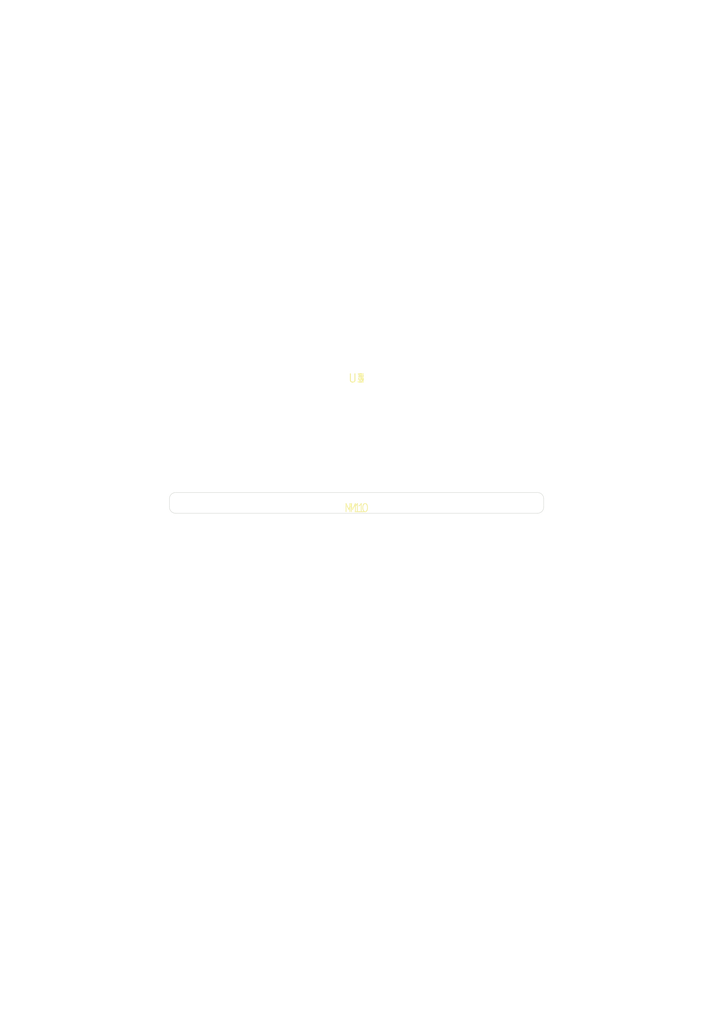
<source format=kicad_pcb>
(kicad_pcb (version 20241229) (generator "pcbnew") (generator_version "9.0")
  (layers (0 "F.Cu" signal) (2 "B.Cu" signal) (13 "F.Paste" user) (15 "B.Paste" user) (5 "F.SilkS" user "F.Silkscreen") (7 "B.SilkS" user "B.Silkscreen") (1 "F.Mask" user) (3 "B.Mask" user) (25 "Edge.Cuts" user))
  (net 0 "")
  (footprint "mechanical_parts:2203404_v2" (layer "F.Cu") (at 229.0274 82.198 180)
    (property "Reference" "M3" (hide yes))
    (property "Value" "~")
  )
  (footprint "mechanical_parts:2203369_v2" (layer "F.Cu") (at 161.4774 136.398 90)
    (property "Reference" "M14" (hide yes))
    (property "Value" "~")
  )
  (footprint "modules_footprints:minimal_adp1074_v2" (layer "F.Cu") (at 193.8274 172.36186)
    (property "Reference" "MOD2" (hide yes))
    (property "Value" "~")
  )
  (footprint "mechanical_parts:2203400" (layer "F.Cu") (at 158.627401 82.198001 -90)
    (property "Reference" "M7" (hide yes))
    (property "Value" "~")
  )
  (footprint "mechanical_parts:2203400" (layer "F.Cu") (at 229.0382 190.597999 90)
    (property "Reference" "M9" (hide yes))
    (property "Value" "~")
  )
  (footprint "modules_footprints:minimal_ad74416h" (layer "F.Cu") (at 193.8274 120.54586)
    (property "Reference" "U2" (at 0 -0.5 0) (layer "F.SilkS") (effects (font (thickness 0.1))))
    (property "Value" "~")
  )
  (footprint "modules_footprints:minimal_ad74416h_stack_adapter_v2" (layer "F.Cu") (at 193.8274 154.32786)
    (property "Reference" "MOD6" (hide yes))
    (property "Value" "~")
  )
  (footprint "mechanical_parts:2203400" (layer "F.Cu") (at 229.0274 82.198 180)
    (property "Reference" "M6" (hide yes))
    (property "Value" "~")
  )
  (footprint "mechanical_parts:2203350" (layer "F.Cu") (at 193.8274 136.398)
    (property "Reference" "M10" (at 0 -0.5 0) (layer "F.SilkS") (effects (font (thickness 0.1))))
    (property "Value" "~")
  )
  (footprint "mechanical_parts:2203369_v2" (layer "F.Cu") (at 226.1774 136.398 90)
    (property "Reference" "M13" (hide yes))
    (property "Value" "~")
  )
  (footprint "mechanical_parts:2203362_v2" (layer "F.Cu") (at 193.8274 187.748 180)
    (property "Reference" "M11" (hide yes))
    (property "Value" "~")
  )
  (footprint "mechanical_parts:2203400" (layer "F.Cu") (at 158.627401 190.597999)
    (property "Reference" "M8" (hide yes))
    (property "Value" "~")
  )
  (footprint "mechanical_parts:2203362_v2" (layer "F.Cu") (at 193.8274 85.0392)
    (property "Reference" "M12" (hide yes))
    (property "Value" "~")
  )
  (footprint "modules_footprints:ad74416h_power_interface_module_v2" (layer "F.Cu") (at 193.8274 158.64586)
    (property "Reference" "MOD1" (hide yes))
    (property "Value" "~")
  )
  (footprint "mechanical_parts:2203404_v2" (layer "F.Cu") (at 229.0382 190.597999 90)
    (property "Reference" "M5" (hide yes))
    (property "Value" "~")
  )
  (footprint "modules_footprints:minimal_ad74416h" (layer "F.Cu") (at 193.8274 120.54586)
    (property "Reference" "U4" (at 0 -0.5 0) (layer "F.SilkS") (effects (font (thickness 0.1))))
    (property "Value" "~")
  )
  (footprint "modules_footprints:minimal_ad74416h" (layer "F.Cu") (at 193.8274 120.54586)
    (property "Reference" "U1" (at 0 -0.5 0) (layer "F.SilkS") (effects (font (thickness 0.1))))
    (property "Value" "~")
  )
  (footprint "modules_footprints:minimal_adpl76030_v2" (layer "F.Cu") (at 210.3374 166.77386)
    (property "Reference" "MOD5" (hide yes))
    (property "Value" "~")
  )
  (footprint "mechanical_parts:2203404_v2" (layer "F.Cu") (at 158.627401 190.597999)
    (property "Reference" "M4" (hide yes))
    (property "Value" "~")
  )
  (footprint "modules_footprints:minimal_ad74416h" (layer "F.Cu") (at 193.8274 120.54586)
    (property "Reference" "U3" (at 0 -0.5 0) (layer "F.SilkS") (effects (font (thickness 0.1))))
    (property "Value" "~")
  )
  (footprint "mechanical_parts:2203404_v2" (layer "F.Cu") (at 158.627401 82.198001 -90)
    (property "Reference" "M2" (hide yes))
    (property "Value" "~")
  )
  (footprint "mechanical_parts:2203350" (layer "F.Cu") (at 193.8274 136.398)
    (property "Reference" "M1" (at 0 -0.5 0) (layer "F.SilkS") (effects (font (thickness 0.1))))
    (property "Value" "~")
  )
  (gr_arc (start 170.9547 134.76986) (mid 171.177899 134.23107) (end 171.7167 134.00786) (stroke (width 0.05)) (layer "Edge.Cuts"))
  (gr_line (start 170.9547 135.78586) (end 170.9547 134.76986) (stroke (width 0.05)) (layer "Edge.Cuts"))
  (gr_line (start 171.7167 134.00786) (end 215.9381 134.00786) (stroke (width 0.05)) (layer "Edge.Cuts"))
  (gr_arc (start 216.7001 135.78586) (mid 216.47693 136.324701) (end 215.9381 136.54786) (stroke (width 0.05)) (layer "Edge.Cuts"))
  (gr_arc (start 215.9381 134.00786) (mid 216.47693 134.231042) (end 216.7001 134.76986) (stroke (width 0.05)) (layer "Edge.Cuts"))
  (gr_line (start 215.9381 136.54786) (end 171.7167 136.54786) (stroke (width 0.05)) (layer "Edge.Cuts"))
  (gr_arc (start 171.7167 136.54786) (mid 171.177899 136.324673) (end 170.9547 135.78586) (stroke (width 0.05)) (layer "Edge.Cuts"))
  (gr_line (start 216.7001 134.76986) (end 216.7001 135.78586) (stroke (width 0.05)) (layer "Edge.Cuts"))
)
</source>
